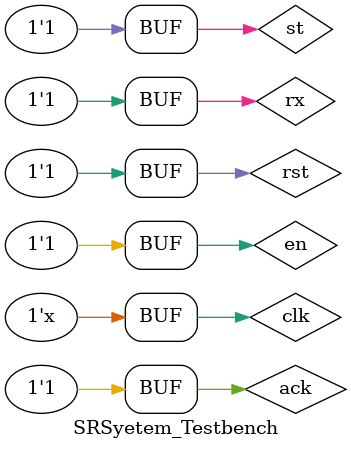
<source format=v>


module SRSyetem_Testbench();

reg clk,ack,en,rst,rx,st;
wire DRY,ERR;
wire [7:0] Q;


SRSystem_TD TopDesign(clk,ack,en,rst,rx,st,DRY,ERR,Q);


initial
begin
	clk=0;
	en=0;
	ack=0;
	rst=1;
	rx=0;
	st=1;
	#100
	rst=0;
	#10
	rst=1;
	#100
	en=1;
	st=0;
	rx=1;
	#75
	rx=0;
	st=1;
	#3
	rx=1;
	#2
	ack=1;
end

always #1 clk<=~clk;

endmodule

</source>
